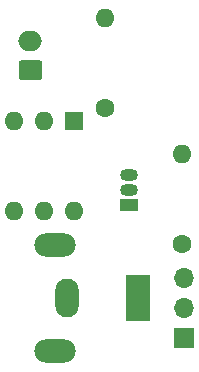
<source format=gbr>
%TF.GenerationSoftware,KiCad,Pcbnew,5.1.6-c6e7f7d~87~ubuntu20.04.1*%
%TF.CreationDate,2020-07-26T21:02:50+02:00*%
%TF.ProjectId,ender3-laser,656e6465-7233-42d6-9c61-7365722e6b69,rev?*%
%TF.SameCoordinates,Original*%
%TF.FileFunction,Copper,L2,Bot*%
%TF.FilePolarity,Positive*%
%FSLAX46Y46*%
G04 Gerber Fmt 4.6, Leading zero omitted, Abs format (unit mm)*
G04 Created by KiCad (PCBNEW 5.1.6-c6e7f7d~87~ubuntu20.04.1) date 2020-07-26 21:02:50*
%MOMM*%
%LPD*%
G01*
G04 APERTURE LIST*
%TA.AperFunction,ComponentPad*%
%ADD10O,3.500000X2.000000*%
%TD*%
%TA.AperFunction,ComponentPad*%
%ADD11O,2.000000X3.300000*%
%TD*%
%TA.AperFunction,ComponentPad*%
%ADD12R,2.000000X4.000000*%
%TD*%
%TA.AperFunction,ComponentPad*%
%ADD13O,1.700000X1.700000*%
%TD*%
%TA.AperFunction,ComponentPad*%
%ADD14R,1.700000X1.700000*%
%TD*%
%TA.AperFunction,ComponentPad*%
%ADD15O,2.000000X1.700000*%
%TD*%
%TA.AperFunction,ComponentPad*%
%ADD16O,1.600000X1.600000*%
%TD*%
%TA.AperFunction,ComponentPad*%
%ADD17R,1.600000X1.600000*%
%TD*%
%TA.AperFunction,ComponentPad*%
%ADD18C,1.600000*%
%TD*%
%TA.AperFunction,ComponentPad*%
%ADD19R,1.500000X1.050000*%
%TD*%
%TA.AperFunction,ComponentPad*%
%ADD20O,1.500000X1.050000*%
%TD*%
G04 APERTURE END LIST*
D10*
%TO.P,J2,MP*%
%TO.N,N/C*%
X128900000Y-99800000D03*
X128900000Y-90800000D03*
D11*
%TO.P,J2,2*%
%TO.N,/GND*%
X129900000Y-95300000D03*
D12*
%TO.P,J2,1*%
%TO.N,/VCC*%
X135900000Y-95300000D03*
%TD*%
D13*
%TO.P,J3,3*%
%TO.N,/VCC*%
X139800000Y-93620000D03*
%TO.P,J3,2*%
%TO.N,/GND*%
X139800000Y-96160000D03*
D14*
%TO.P,J3,1*%
%TO.N,/PWM*%
X139800000Y-98700000D03*
%TD*%
D15*
%TO.P,J1,2*%
%TO.N,Net-(J1-Pad2)*%
X126800000Y-73500000D03*
%TO.P,J1,1*%
%TO.N,Net-(J1-Pad1)*%
%TA.AperFunction,ComponentPad*%
G36*
G01*
X127550000Y-76850000D02*
X126050000Y-76850000D01*
G75*
G02*
X125800000Y-76600000I0J250000D01*
G01*
X125800000Y-75400000D01*
G75*
G02*
X126050000Y-75150000I250000J0D01*
G01*
X127550000Y-75150000D01*
G75*
G02*
X127800000Y-75400000I0J-250000D01*
G01*
X127800000Y-76600000D01*
G75*
G02*
X127550000Y-76850000I-250000J0D01*
G01*
G37*
%TD.AperFunction*%
%TD*%
D16*
%TO.P,U1,6*%
%TO.N,Net-(U1-Pad6)*%
X130500000Y-87920000D03*
%TO.P,U1,3*%
%TO.N,Net-(U1-Pad3)*%
X125420000Y-80300000D03*
%TO.P,U1,5*%
%TO.N,Net-(Q1-Pad2)*%
X127960000Y-87920000D03*
%TO.P,U1,2*%
%TO.N,Net-(J1-Pad1)*%
X127960000Y-80300000D03*
%TO.P,U1,4*%
%TO.N,/GND*%
X125420000Y-87920000D03*
D17*
%TO.P,U1,1*%
%TO.N,Net-(R1-Pad1)*%
X130500000Y-80300000D03*
%TD*%
D16*
%TO.P,R2,2*%
%TO.N,Net-(Q1-Pad2)*%
X139600000Y-83080000D03*
D18*
%TO.P,R2,1*%
%TO.N,/VCC*%
X139600000Y-90700000D03*
%TD*%
D16*
%TO.P,R1,2*%
%TO.N,Net-(J1-Pad2)*%
X133100000Y-71580000D03*
D18*
%TO.P,R1,1*%
%TO.N,Net-(R1-Pad1)*%
X133100000Y-79200000D03*
%TD*%
D19*
%TO.P,Q1,1*%
%TO.N,/GND*%
X135100000Y-87400000D03*
D20*
%TO.P,Q1,3*%
%TO.N,/PWM*%
X135100000Y-84860000D03*
%TO.P,Q1,2*%
%TO.N,Net-(Q1-Pad2)*%
X135100000Y-86130000D03*
%TD*%
M02*

</source>
